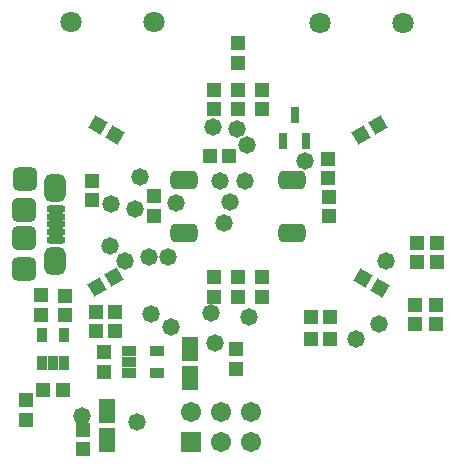
<source format=gts>
%FSLAX25Y25*%
%MOIN*%
G70*
G01*
G75*
G04 Layer_Color=8388736*
%ADD10P,0.05568X4X345.0*%
%ADD11R,0.03937X0.03937*%
%ADD12R,0.02362X0.04528*%
%ADD13P,0.05568X4X285.0*%
%ADD14R,0.04724X0.07677*%
%ADD15R,0.03740X0.03937*%
G04:AMPARAMS|DCode=16|XSize=74.8mil|YSize=74.8mil|CornerRadius=18.7mil|HoleSize=0mil|Usage=FLASHONLY|Rotation=270.000|XOffset=0mil|YOffset=0mil|HoleType=Round|Shape=RoundedRectangle|*
%AMROUNDEDRECTD16*
21,1,0.07480,0.03740,0,0,270.0*
21,1,0.03740,0.07480,0,0,270.0*
1,1,0.03740,-0.01870,-0.01870*
1,1,0.03740,-0.01870,0.01870*
1,1,0.03740,0.01870,0.01870*
1,1,0.03740,0.01870,-0.01870*
%
%ADD16ROUNDEDRECTD16*%
G04:AMPARAMS|DCode=17|XSize=15.75mil|YSize=53.15mil|CornerRadius=3.94mil|HoleSize=0mil|Usage=FLASHONLY|Rotation=270.000|XOffset=0mil|YOffset=0mil|HoleType=Round|Shape=RoundedRectangle|*
%AMROUNDEDRECTD17*
21,1,0.01575,0.04528,0,0,270.0*
21,1,0.00787,0.05315,0,0,270.0*
1,1,0.00787,-0.02264,-0.00394*
1,1,0.00787,-0.02264,0.00394*
1,1,0.00787,0.02264,0.00394*
1,1,0.00787,0.02264,-0.00394*
%
%ADD17ROUNDEDRECTD17*%
G04:AMPARAMS|DCode=18|XSize=70.87mil|YSize=74.8mil|CornerRadius=17.72mil|HoleSize=0mil|Usage=FLASHONLY|Rotation=270.000|XOffset=0mil|YOffset=0mil|HoleType=Round|Shape=RoundedRectangle|*
%AMROUNDEDRECTD18*
21,1,0.07087,0.03937,0,0,270.0*
21,1,0.03543,0.07480,0,0,270.0*
1,1,0.03543,-0.01969,-0.01772*
1,1,0.03543,-0.01969,0.01772*
1,1,0.03543,0.01969,0.01772*
1,1,0.03543,0.01969,-0.01772*
%
%ADD18ROUNDEDRECTD18*%
G04:AMPARAMS|DCode=19|XSize=82.68mil|YSize=62.99mil|CornerRadius=15.75mil|HoleSize=0mil|Usage=FLASHONLY|Rotation=270.000|XOffset=0mil|YOffset=0mil|HoleType=Round|Shape=RoundedRectangle|*
%AMROUNDEDRECTD19*
21,1,0.08268,0.03150,0,0,270.0*
21,1,0.05118,0.06299,0,0,270.0*
1,1,0.03150,-0.01575,-0.02559*
1,1,0.03150,-0.01575,0.02559*
1,1,0.03150,0.01575,0.02559*
1,1,0.03150,0.01575,-0.02559*
%
%ADD19ROUNDEDRECTD19*%
%ADD20R,0.03937X0.03937*%
G04:AMPARAMS|DCode=21|XSize=83mil|YSize=55mil|CornerRadius=13.75mil|HoleSize=0mil|Usage=FLASHONLY|Rotation=180.000|XOffset=0mil|YOffset=0mil|HoleType=Round|Shape=RoundedRectangle|*
%AMROUNDEDRECTD21*
21,1,0.08300,0.02750,0,0,180.0*
21,1,0.05550,0.05500,0,0,180.0*
1,1,0.02750,-0.02775,0.01375*
1,1,0.02750,0.02775,0.01375*
1,1,0.02750,0.02775,-0.01375*
1,1,0.02750,-0.02775,-0.01375*
%
%ADD21ROUNDEDRECTD21*%
%ADD22R,0.04331X0.02559*%
%ADD23R,0.02559X0.04331*%
%ADD24C,0.02000*%
%ADD25C,0.01500*%
%ADD26C,0.01000*%
%ADD27C,0.06299*%
%ADD28R,0.05906X0.05906*%
%ADD29C,0.05906*%
%ADD30C,0.05000*%
G04:AMPARAMS|DCode=31|XSize=78.74mil|YSize=39.37mil|CornerRadius=7.87mil|HoleSize=0mil|Usage=FLASHONLY|Rotation=0.000|XOffset=0mil|YOffset=0mil|HoleType=Round|Shape=RoundedRectangle|*
%AMROUNDEDRECTD31*
21,1,0.07874,0.02362,0,0,0.0*
21,1,0.06299,0.03937,0,0,0.0*
1,1,0.01575,0.03150,-0.01181*
1,1,0.01575,-0.03150,-0.01181*
1,1,0.01575,-0.03150,0.01181*
1,1,0.01575,0.03150,0.01181*
%
%ADD31ROUNDEDRECTD31*%
G04:AMPARAMS|DCode=32|XSize=39.37mil|YSize=78.74mil|CornerRadius=7.87mil|HoleSize=0mil|Usage=FLASHONLY|Rotation=0.000|XOffset=0mil|YOffset=0mil|HoleType=Round|Shape=RoundedRectangle|*
%AMROUNDEDRECTD32*
21,1,0.03937,0.06299,0,0,0.0*
21,1,0.02362,0.07874,0,0,0.0*
1,1,0.01575,0.01181,-0.03150*
1,1,0.01575,-0.01181,-0.03150*
1,1,0.01575,-0.01181,0.03150*
1,1,0.01575,0.01181,0.03150*
%
%ADD32ROUNDEDRECTD32*%
%ADD33O,0.02165X0.06890*%
%ADD34O,0.06890X0.02165*%
%ADD35R,0.07874X0.08268*%
%ADD36R,0.10236X0.10630*%
%ADD37R,0.10630X0.08268*%
%ADD38R,0.08661X0.08268*%
%ADD39R,0.13780X0.03937*%
%ADD40R,0.13386X0.05906*%
%ADD41R,0.03937X0.03740*%
%ADD42C,0.00984*%
%ADD43C,0.00394*%
%ADD44C,0.00787*%
%ADD45C,0.00100*%
%ADD46P,0.06699X4X345.0*%
%ADD47R,0.04737X0.04737*%
%ADD48R,0.03162X0.05328*%
%ADD49P,0.06699X4X285.0*%
%ADD50R,0.05524X0.08477*%
%ADD51R,0.04540X0.04737*%
G04:AMPARAMS|DCode=52|XSize=82.8mil|YSize=82.8mil|CornerRadius=22.7mil|HoleSize=0mil|Usage=FLASHONLY|Rotation=270.000|XOffset=0mil|YOffset=0mil|HoleType=Round|Shape=RoundedRectangle|*
%AMROUNDEDRECTD52*
21,1,0.08280,0.03740,0,0,270.0*
21,1,0.03740,0.08280,0,0,270.0*
1,1,0.04540,-0.01870,-0.01870*
1,1,0.04540,-0.01870,0.01870*
1,1,0.04540,0.01870,0.01870*
1,1,0.04540,0.01870,-0.01870*
%
%ADD52ROUNDEDRECTD52*%
G04:AMPARAMS|DCode=53|XSize=23.75mil|YSize=61.15mil|CornerRadius=7.94mil|HoleSize=0mil|Usage=FLASHONLY|Rotation=270.000|XOffset=0mil|YOffset=0mil|HoleType=Round|Shape=RoundedRectangle|*
%AMROUNDEDRECTD53*
21,1,0.02375,0.04528,0,0,270.0*
21,1,0.00787,0.06115,0,0,270.0*
1,1,0.01587,-0.02264,-0.00394*
1,1,0.01587,-0.02264,0.00394*
1,1,0.01587,0.02264,0.00394*
1,1,0.01587,0.02264,-0.00394*
%
%ADD53ROUNDEDRECTD53*%
G04:AMPARAMS|DCode=54|XSize=78.87mil|YSize=82.8mil|CornerRadius=21.72mil|HoleSize=0mil|Usage=FLASHONLY|Rotation=270.000|XOffset=0mil|YOffset=0mil|HoleType=Round|Shape=RoundedRectangle|*
%AMROUNDEDRECTD54*
21,1,0.07887,0.03937,0,0,270.0*
21,1,0.03543,0.08280,0,0,270.0*
1,1,0.04343,-0.01969,-0.01772*
1,1,0.04343,-0.01969,0.01772*
1,1,0.04343,0.01969,0.01772*
1,1,0.04343,0.01969,-0.01772*
%
%ADD54ROUNDEDRECTD54*%
G04:AMPARAMS|DCode=55|XSize=90.68mil|YSize=70.99mil|CornerRadius=19.75mil|HoleSize=0mil|Usage=FLASHONLY|Rotation=270.000|XOffset=0mil|YOffset=0mil|HoleType=Round|Shape=RoundedRectangle|*
%AMROUNDEDRECTD55*
21,1,0.09068,0.03150,0,0,270.0*
21,1,0.05118,0.07099,0,0,270.0*
1,1,0.03950,-0.01575,-0.02559*
1,1,0.03950,-0.01575,0.02559*
1,1,0.03950,0.01575,0.02559*
1,1,0.03950,0.01575,-0.02559*
%
%ADD55ROUNDEDRECTD55*%
%ADD56R,0.04737X0.04737*%
G04:AMPARAMS|DCode=57|XSize=91mil|YSize=63mil|CornerRadius=17.75mil|HoleSize=0mil|Usage=FLASHONLY|Rotation=180.000|XOffset=0mil|YOffset=0mil|HoleType=Round|Shape=RoundedRectangle|*
%AMROUNDEDRECTD57*
21,1,0.09100,0.02750,0,0,180.0*
21,1,0.05550,0.06300,0,0,180.0*
1,1,0.03550,-0.02775,0.01375*
1,1,0.03550,0.02775,0.01375*
1,1,0.03550,0.02775,-0.01375*
1,1,0.03550,-0.02775,-0.01375*
%
%ADD57ROUNDEDRECTD57*%
%ADD58R,0.05131X0.03359*%
%ADD59R,0.03359X0.05131*%
%ADD60C,0.07099*%
%ADD61R,0.06706X0.06706*%
%ADD62C,0.06706*%
%ADD63C,0.05800*%
D46*
X426687Y282006D02*
D03*
X432313Y285254D02*
D03*
X520422Y336124D02*
D03*
X514796Y332876D02*
D03*
D47*
X473636Y363248D02*
D03*
Y356752D02*
D03*
X473600Y347748D02*
D03*
Y341252D02*
D03*
X481600Y347748D02*
D03*
Y341252D02*
D03*
X465600Y347748D02*
D03*
Y341252D02*
D03*
X429000Y260248D02*
D03*
Y253752D02*
D03*
X445500Y305752D02*
D03*
Y312248D02*
D03*
X481500Y278752D02*
D03*
Y285248D02*
D03*
X473500Y278752D02*
D03*
Y285248D02*
D03*
X465500Y278752D02*
D03*
Y285248D02*
D03*
X426400Y273748D02*
D03*
Y267252D02*
D03*
X432800D02*
D03*
Y273748D02*
D03*
X533400Y290252D02*
D03*
Y296748D02*
D03*
X540100D02*
D03*
Y290252D02*
D03*
X532800Y269652D02*
D03*
Y276148D02*
D03*
X539700D02*
D03*
Y269652D02*
D03*
X473000Y254752D02*
D03*
Y261248D02*
D03*
X403000Y237752D02*
D03*
Y244248D02*
D03*
X408000Y272752D02*
D03*
Y279248D02*
D03*
D48*
X488760Y330671D02*
D03*
X496240D02*
D03*
X492500Y339529D02*
D03*
D49*
X426850Y336124D02*
D03*
X432476Y332876D02*
D03*
X520813Y281876D02*
D03*
X515187Y285124D02*
D03*
D50*
X457500Y261323D02*
D03*
Y251677D02*
D03*
X430000Y240823D02*
D03*
Y231177D02*
D03*
D51*
X504000Y305850D02*
D03*
Y312150D02*
D03*
X424900Y311050D02*
D03*
Y317350D02*
D03*
X503800Y324750D02*
D03*
Y318450D02*
D03*
X422100Y234450D02*
D03*
Y228150D02*
D03*
X416000Y272850D02*
D03*
Y279150D02*
D03*
D52*
X402468Y298276D02*
D03*
Y307724D02*
D03*
D53*
X413000Y297882D02*
D03*
Y300441D02*
D03*
Y303000D02*
D03*
Y305559D02*
D03*
Y308118D02*
D03*
D54*
X402468Y288039D02*
D03*
X402488Y317961D02*
D03*
D55*
X412508Y315205D02*
D03*
Y290795D02*
D03*
D56*
X464152Y325600D02*
D03*
X470648D02*
D03*
X497852Y272000D02*
D03*
X504348D02*
D03*
Y264900D02*
D03*
X497852D02*
D03*
X408752Y247900D02*
D03*
X415248D02*
D03*
D57*
X491500Y300000D02*
D03*
Y317700D02*
D03*
X455700Y300000D02*
D03*
Y317700D02*
D03*
D58*
X446724Y260740D02*
D03*
Y253260D02*
D03*
X437276D02*
D03*
Y257000D02*
D03*
Y260740D02*
D03*
D59*
X408260Y266224D02*
D03*
X415740D02*
D03*
Y256776D02*
D03*
X412000D02*
D03*
X408260D02*
D03*
D60*
X528559Y370000D02*
D03*
X501000D02*
D03*
X417941Y370500D02*
D03*
X445500D02*
D03*
D61*
X458000Y230500D02*
D03*
D62*
Y240500D02*
D03*
X468000Y230500D02*
D03*
Y240500D02*
D03*
X478000Y230500D02*
D03*
Y240500D02*
D03*
D63*
X431000Y295800D02*
D03*
X469100Y303300D02*
D03*
X440100Y237000D02*
D03*
X451300Y268700D02*
D03*
X431300Y309900D02*
D03*
X464600Y273250D02*
D03*
X444700Y273000D02*
D03*
X465400Y335300D02*
D03*
X473400Y334700D02*
D03*
X453000Y310000D02*
D03*
X441000Y318900D02*
D03*
X520800Y269700D02*
D03*
X522900Y290700D02*
D03*
X477300Y272200D02*
D03*
X512900Y264800D02*
D03*
X439200Y308000D02*
D03*
X471000Y310400D02*
D03*
X496100Y324000D02*
D03*
X421700Y239200D02*
D03*
X450400Y292000D02*
D03*
X444000Y292100D02*
D03*
X465900Y263500D02*
D03*
X436100Y290800D02*
D03*
X476585Y329400D02*
D03*
X476100Y317400D02*
D03*
X467800D02*
D03*
M02*

</source>
